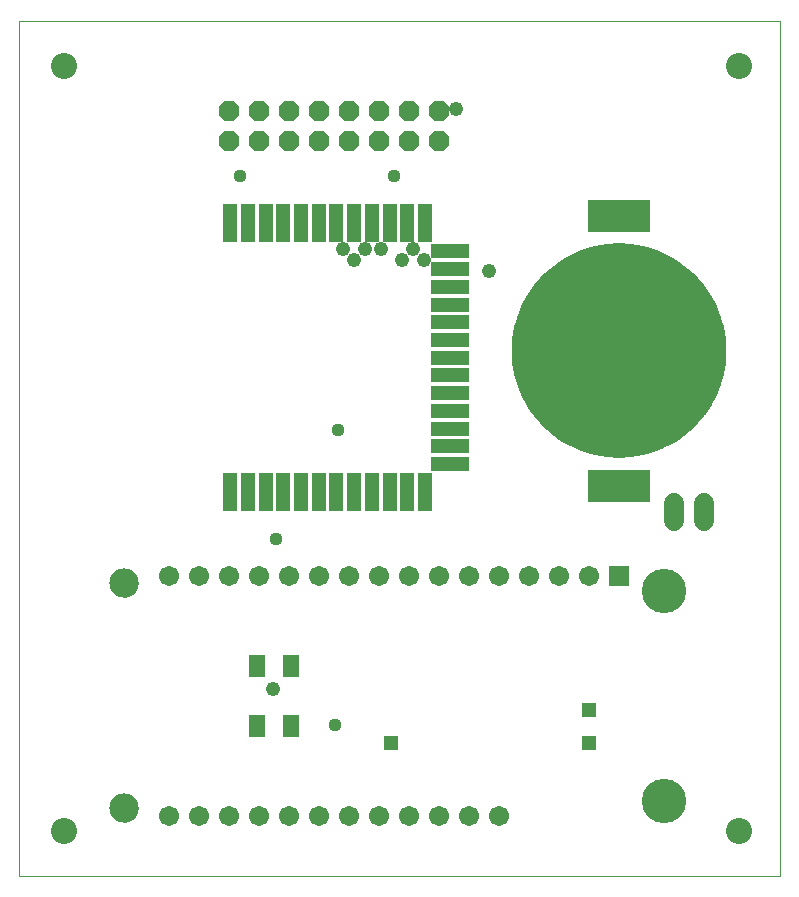
<source format=gts>
G75*
%MOIN*%
%OFA0B0*%
%FSLAX25Y25*%
%IPPOS*%
%LPD*%
%AMOC8*
5,1,8,0,0,1.08239X$1,22.5*
%
%ADD10C,0.00000*%
%ADD11C,0.08674*%
%ADD12R,0.04737X0.12611*%
%ADD13R,0.12611X0.04737*%
%ADD14OC8,0.06800*%
%ADD15R,0.05200X0.07700*%
%ADD16R,0.16800X0.16800*%
%ADD17R,0.20800X0.10800*%
%ADD18C,0.00500*%
%ADD19C,0.09800*%
%ADD20C,0.14800*%
%ADD21R,0.06737X0.06737*%
%ADD22C,0.06737*%
%ADD23C,0.06800*%
%ADD24C,0.04369*%
%ADD25C,0.04800*%
%ADD26R,0.04762X0.04762*%
D10*
X0001000Y0001000D02*
X0001000Y0285961D01*
X0254701Y0285961D01*
X0254701Y0001000D01*
X0001000Y0001000D01*
X0012063Y0016000D02*
X0012065Y0016125D01*
X0012071Y0016250D01*
X0012081Y0016374D01*
X0012095Y0016498D01*
X0012112Y0016622D01*
X0012134Y0016745D01*
X0012160Y0016867D01*
X0012189Y0016989D01*
X0012222Y0017109D01*
X0012260Y0017228D01*
X0012300Y0017347D01*
X0012345Y0017463D01*
X0012393Y0017578D01*
X0012445Y0017692D01*
X0012501Y0017804D01*
X0012560Y0017914D01*
X0012622Y0018022D01*
X0012688Y0018129D01*
X0012757Y0018233D01*
X0012830Y0018334D01*
X0012905Y0018434D01*
X0012984Y0018531D01*
X0013066Y0018625D01*
X0013151Y0018717D01*
X0013238Y0018806D01*
X0013329Y0018892D01*
X0013422Y0018975D01*
X0013518Y0019056D01*
X0013616Y0019133D01*
X0013716Y0019207D01*
X0013819Y0019278D01*
X0013924Y0019345D01*
X0014032Y0019410D01*
X0014141Y0019470D01*
X0014252Y0019528D01*
X0014365Y0019581D01*
X0014479Y0019631D01*
X0014595Y0019678D01*
X0014712Y0019720D01*
X0014831Y0019759D01*
X0014951Y0019795D01*
X0015072Y0019826D01*
X0015194Y0019854D01*
X0015316Y0019877D01*
X0015440Y0019897D01*
X0015564Y0019913D01*
X0015688Y0019925D01*
X0015813Y0019933D01*
X0015938Y0019937D01*
X0016062Y0019937D01*
X0016187Y0019933D01*
X0016312Y0019925D01*
X0016436Y0019913D01*
X0016560Y0019897D01*
X0016684Y0019877D01*
X0016806Y0019854D01*
X0016928Y0019826D01*
X0017049Y0019795D01*
X0017169Y0019759D01*
X0017288Y0019720D01*
X0017405Y0019678D01*
X0017521Y0019631D01*
X0017635Y0019581D01*
X0017748Y0019528D01*
X0017859Y0019470D01*
X0017969Y0019410D01*
X0018076Y0019345D01*
X0018181Y0019278D01*
X0018284Y0019207D01*
X0018384Y0019133D01*
X0018482Y0019056D01*
X0018578Y0018975D01*
X0018671Y0018892D01*
X0018762Y0018806D01*
X0018849Y0018717D01*
X0018934Y0018625D01*
X0019016Y0018531D01*
X0019095Y0018434D01*
X0019170Y0018334D01*
X0019243Y0018233D01*
X0019312Y0018129D01*
X0019378Y0018022D01*
X0019440Y0017914D01*
X0019499Y0017804D01*
X0019555Y0017692D01*
X0019607Y0017578D01*
X0019655Y0017463D01*
X0019700Y0017347D01*
X0019740Y0017228D01*
X0019778Y0017109D01*
X0019811Y0016989D01*
X0019840Y0016867D01*
X0019866Y0016745D01*
X0019888Y0016622D01*
X0019905Y0016498D01*
X0019919Y0016374D01*
X0019929Y0016250D01*
X0019935Y0016125D01*
X0019937Y0016000D01*
X0019935Y0015875D01*
X0019929Y0015750D01*
X0019919Y0015626D01*
X0019905Y0015502D01*
X0019888Y0015378D01*
X0019866Y0015255D01*
X0019840Y0015133D01*
X0019811Y0015011D01*
X0019778Y0014891D01*
X0019740Y0014772D01*
X0019700Y0014653D01*
X0019655Y0014537D01*
X0019607Y0014422D01*
X0019555Y0014308D01*
X0019499Y0014196D01*
X0019440Y0014086D01*
X0019378Y0013978D01*
X0019312Y0013871D01*
X0019243Y0013767D01*
X0019170Y0013666D01*
X0019095Y0013566D01*
X0019016Y0013469D01*
X0018934Y0013375D01*
X0018849Y0013283D01*
X0018762Y0013194D01*
X0018671Y0013108D01*
X0018578Y0013025D01*
X0018482Y0012944D01*
X0018384Y0012867D01*
X0018284Y0012793D01*
X0018181Y0012722D01*
X0018076Y0012655D01*
X0017968Y0012590D01*
X0017859Y0012530D01*
X0017748Y0012472D01*
X0017635Y0012419D01*
X0017521Y0012369D01*
X0017405Y0012322D01*
X0017288Y0012280D01*
X0017169Y0012241D01*
X0017049Y0012205D01*
X0016928Y0012174D01*
X0016806Y0012146D01*
X0016684Y0012123D01*
X0016560Y0012103D01*
X0016436Y0012087D01*
X0016312Y0012075D01*
X0016187Y0012067D01*
X0016062Y0012063D01*
X0015938Y0012063D01*
X0015813Y0012067D01*
X0015688Y0012075D01*
X0015564Y0012087D01*
X0015440Y0012103D01*
X0015316Y0012123D01*
X0015194Y0012146D01*
X0015072Y0012174D01*
X0014951Y0012205D01*
X0014831Y0012241D01*
X0014712Y0012280D01*
X0014595Y0012322D01*
X0014479Y0012369D01*
X0014365Y0012419D01*
X0014252Y0012472D01*
X0014141Y0012530D01*
X0014031Y0012590D01*
X0013924Y0012655D01*
X0013819Y0012722D01*
X0013716Y0012793D01*
X0013616Y0012867D01*
X0013518Y0012944D01*
X0013422Y0013025D01*
X0013329Y0013108D01*
X0013238Y0013194D01*
X0013151Y0013283D01*
X0013066Y0013375D01*
X0012984Y0013469D01*
X0012905Y0013566D01*
X0012830Y0013666D01*
X0012757Y0013767D01*
X0012688Y0013871D01*
X0012622Y0013978D01*
X0012560Y0014086D01*
X0012501Y0014196D01*
X0012445Y0014308D01*
X0012393Y0014422D01*
X0012345Y0014537D01*
X0012300Y0014653D01*
X0012260Y0014772D01*
X0012222Y0014891D01*
X0012189Y0015011D01*
X0012160Y0015133D01*
X0012134Y0015255D01*
X0012112Y0015378D01*
X0012095Y0015502D01*
X0012081Y0015626D01*
X0012071Y0015750D01*
X0012065Y0015875D01*
X0012063Y0016000D01*
X0031500Y0023500D02*
X0031502Y0023634D01*
X0031508Y0023768D01*
X0031518Y0023901D01*
X0031532Y0024035D01*
X0031550Y0024168D01*
X0031572Y0024300D01*
X0031597Y0024431D01*
X0031627Y0024562D01*
X0031661Y0024692D01*
X0031698Y0024820D01*
X0031739Y0024948D01*
X0031784Y0025074D01*
X0031833Y0025199D01*
X0031885Y0025322D01*
X0031941Y0025444D01*
X0032001Y0025564D01*
X0032064Y0025682D01*
X0032131Y0025798D01*
X0032201Y0025912D01*
X0032275Y0026024D01*
X0032352Y0026134D01*
X0032432Y0026242D01*
X0032515Y0026347D01*
X0032601Y0026449D01*
X0032690Y0026549D01*
X0032783Y0026646D01*
X0032878Y0026741D01*
X0032976Y0026832D01*
X0033076Y0026921D01*
X0033179Y0027006D01*
X0033285Y0027089D01*
X0033393Y0027168D01*
X0033503Y0027244D01*
X0033616Y0027317D01*
X0033731Y0027386D01*
X0033847Y0027452D01*
X0033966Y0027514D01*
X0034086Y0027573D01*
X0034209Y0027628D01*
X0034332Y0027680D01*
X0034457Y0027727D01*
X0034584Y0027771D01*
X0034712Y0027812D01*
X0034841Y0027848D01*
X0034971Y0027881D01*
X0035102Y0027909D01*
X0035233Y0027934D01*
X0035366Y0027955D01*
X0035499Y0027972D01*
X0035632Y0027985D01*
X0035766Y0027994D01*
X0035900Y0027999D01*
X0036034Y0028000D01*
X0036167Y0027997D01*
X0036301Y0027990D01*
X0036435Y0027979D01*
X0036568Y0027964D01*
X0036701Y0027945D01*
X0036833Y0027922D01*
X0036964Y0027896D01*
X0037094Y0027865D01*
X0037224Y0027830D01*
X0037352Y0027792D01*
X0037479Y0027750D01*
X0037605Y0027704D01*
X0037730Y0027654D01*
X0037853Y0027601D01*
X0037974Y0027544D01*
X0038094Y0027483D01*
X0038211Y0027419D01*
X0038327Y0027352D01*
X0038441Y0027281D01*
X0038552Y0027206D01*
X0038661Y0027129D01*
X0038768Y0027048D01*
X0038873Y0026964D01*
X0038974Y0026877D01*
X0039074Y0026787D01*
X0039170Y0026694D01*
X0039264Y0026598D01*
X0039355Y0026499D01*
X0039442Y0026398D01*
X0039527Y0026294D01*
X0039609Y0026188D01*
X0039687Y0026080D01*
X0039762Y0025969D01*
X0039834Y0025856D01*
X0039903Y0025740D01*
X0039968Y0025623D01*
X0040029Y0025504D01*
X0040087Y0025383D01*
X0040141Y0025261D01*
X0040192Y0025137D01*
X0040239Y0025011D01*
X0040282Y0024884D01*
X0040321Y0024756D01*
X0040357Y0024627D01*
X0040388Y0024497D01*
X0040416Y0024366D01*
X0040440Y0024234D01*
X0040460Y0024101D01*
X0040476Y0023968D01*
X0040488Y0023835D01*
X0040496Y0023701D01*
X0040500Y0023567D01*
X0040500Y0023433D01*
X0040496Y0023299D01*
X0040488Y0023165D01*
X0040476Y0023032D01*
X0040460Y0022899D01*
X0040440Y0022766D01*
X0040416Y0022634D01*
X0040388Y0022503D01*
X0040357Y0022373D01*
X0040321Y0022244D01*
X0040282Y0022116D01*
X0040239Y0021989D01*
X0040192Y0021863D01*
X0040141Y0021739D01*
X0040087Y0021617D01*
X0040029Y0021496D01*
X0039968Y0021377D01*
X0039903Y0021260D01*
X0039834Y0021144D01*
X0039762Y0021031D01*
X0039687Y0020920D01*
X0039609Y0020812D01*
X0039527Y0020706D01*
X0039442Y0020602D01*
X0039355Y0020501D01*
X0039264Y0020402D01*
X0039170Y0020306D01*
X0039074Y0020213D01*
X0038974Y0020123D01*
X0038873Y0020036D01*
X0038768Y0019952D01*
X0038661Y0019871D01*
X0038552Y0019794D01*
X0038441Y0019719D01*
X0038327Y0019648D01*
X0038211Y0019581D01*
X0038094Y0019517D01*
X0037974Y0019456D01*
X0037853Y0019399D01*
X0037730Y0019346D01*
X0037605Y0019296D01*
X0037479Y0019250D01*
X0037352Y0019208D01*
X0037224Y0019170D01*
X0037094Y0019135D01*
X0036964Y0019104D01*
X0036833Y0019078D01*
X0036701Y0019055D01*
X0036568Y0019036D01*
X0036435Y0019021D01*
X0036301Y0019010D01*
X0036167Y0019003D01*
X0036034Y0019000D01*
X0035900Y0019001D01*
X0035766Y0019006D01*
X0035632Y0019015D01*
X0035499Y0019028D01*
X0035366Y0019045D01*
X0035233Y0019066D01*
X0035102Y0019091D01*
X0034971Y0019119D01*
X0034841Y0019152D01*
X0034712Y0019188D01*
X0034584Y0019229D01*
X0034457Y0019273D01*
X0034332Y0019320D01*
X0034209Y0019372D01*
X0034086Y0019427D01*
X0033966Y0019486D01*
X0033847Y0019548D01*
X0033731Y0019614D01*
X0033616Y0019683D01*
X0033503Y0019756D01*
X0033393Y0019832D01*
X0033285Y0019911D01*
X0033179Y0019994D01*
X0033076Y0020079D01*
X0032976Y0020168D01*
X0032878Y0020259D01*
X0032783Y0020354D01*
X0032690Y0020451D01*
X0032601Y0020551D01*
X0032515Y0020653D01*
X0032432Y0020758D01*
X0032352Y0020866D01*
X0032275Y0020976D01*
X0032201Y0021088D01*
X0032131Y0021202D01*
X0032064Y0021318D01*
X0032001Y0021436D01*
X0031941Y0021556D01*
X0031885Y0021678D01*
X0031833Y0021801D01*
X0031784Y0021926D01*
X0031739Y0022052D01*
X0031698Y0022180D01*
X0031661Y0022308D01*
X0031627Y0022438D01*
X0031597Y0022569D01*
X0031572Y0022700D01*
X0031550Y0022832D01*
X0031532Y0022965D01*
X0031518Y0023099D01*
X0031508Y0023232D01*
X0031502Y0023366D01*
X0031500Y0023500D01*
X0031500Y0098500D02*
X0031502Y0098634D01*
X0031508Y0098768D01*
X0031518Y0098901D01*
X0031532Y0099035D01*
X0031550Y0099168D01*
X0031572Y0099300D01*
X0031597Y0099431D01*
X0031627Y0099562D01*
X0031661Y0099692D01*
X0031698Y0099820D01*
X0031739Y0099948D01*
X0031784Y0100074D01*
X0031833Y0100199D01*
X0031885Y0100322D01*
X0031941Y0100444D01*
X0032001Y0100564D01*
X0032064Y0100682D01*
X0032131Y0100798D01*
X0032201Y0100912D01*
X0032275Y0101024D01*
X0032352Y0101134D01*
X0032432Y0101242D01*
X0032515Y0101347D01*
X0032601Y0101449D01*
X0032690Y0101549D01*
X0032783Y0101646D01*
X0032878Y0101741D01*
X0032976Y0101832D01*
X0033076Y0101921D01*
X0033179Y0102006D01*
X0033285Y0102089D01*
X0033393Y0102168D01*
X0033503Y0102244D01*
X0033616Y0102317D01*
X0033731Y0102386D01*
X0033847Y0102452D01*
X0033966Y0102514D01*
X0034086Y0102573D01*
X0034209Y0102628D01*
X0034332Y0102680D01*
X0034457Y0102727D01*
X0034584Y0102771D01*
X0034712Y0102812D01*
X0034841Y0102848D01*
X0034971Y0102881D01*
X0035102Y0102909D01*
X0035233Y0102934D01*
X0035366Y0102955D01*
X0035499Y0102972D01*
X0035632Y0102985D01*
X0035766Y0102994D01*
X0035900Y0102999D01*
X0036034Y0103000D01*
X0036167Y0102997D01*
X0036301Y0102990D01*
X0036435Y0102979D01*
X0036568Y0102964D01*
X0036701Y0102945D01*
X0036833Y0102922D01*
X0036964Y0102896D01*
X0037094Y0102865D01*
X0037224Y0102830D01*
X0037352Y0102792D01*
X0037479Y0102750D01*
X0037605Y0102704D01*
X0037730Y0102654D01*
X0037853Y0102601D01*
X0037974Y0102544D01*
X0038094Y0102483D01*
X0038211Y0102419D01*
X0038327Y0102352D01*
X0038441Y0102281D01*
X0038552Y0102206D01*
X0038661Y0102129D01*
X0038768Y0102048D01*
X0038873Y0101964D01*
X0038974Y0101877D01*
X0039074Y0101787D01*
X0039170Y0101694D01*
X0039264Y0101598D01*
X0039355Y0101499D01*
X0039442Y0101398D01*
X0039527Y0101294D01*
X0039609Y0101188D01*
X0039687Y0101080D01*
X0039762Y0100969D01*
X0039834Y0100856D01*
X0039903Y0100740D01*
X0039968Y0100623D01*
X0040029Y0100504D01*
X0040087Y0100383D01*
X0040141Y0100261D01*
X0040192Y0100137D01*
X0040239Y0100011D01*
X0040282Y0099884D01*
X0040321Y0099756D01*
X0040357Y0099627D01*
X0040388Y0099497D01*
X0040416Y0099366D01*
X0040440Y0099234D01*
X0040460Y0099101D01*
X0040476Y0098968D01*
X0040488Y0098835D01*
X0040496Y0098701D01*
X0040500Y0098567D01*
X0040500Y0098433D01*
X0040496Y0098299D01*
X0040488Y0098165D01*
X0040476Y0098032D01*
X0040460Y0097899D01*
X0040440Y0097766D01*
X0040416Y0097634D01*
X0040388Y0097503D01*
X0040357Y0097373D01*
X0040321Y0097244D01*
X0040282Y0097116D01*
X0040239Y0096989D01*
X0040192Y0096863D01*
X0040141Y0096739D01*
X0040087Y0096617D01*
X0040029Y0096496D01*
X0039968Y0096377D01*
X0039903Y0096260D01*
X0039834Y0096144D01*
X0039762Y0096031D01*
X0039687Y0095920D01*
X0039609Y0095812D01*
X0039527Y0095706D01*
X0039442Y0095602D01*
X0039355Y0095501D01*
X0039264Y0095402D01*
X0039170Y0095306D01*
X0039074Y0095213D01*
X0038974Y0095123D01*
X0038873Y0095036D01*
X0038768Y0094952D01*
X0038661Y0094871D01*
X0038552Y0094794D01*
X0038441Y0094719D01*
X0038327Y0094648D01*
X0038211Y0094581D01*
X0038094Y0094517D01*
X0037974Y0094456D01*
X0037853Y0094399D01*
X0037730Y0094346D01*
X0037605Y0094296D01*
X0037479Y0094250D01*
X0037352Y0094208D01*
X0037224Y0094170D01*
X0037094Y0094135D01*
X0036964Y0094104D01*
X0036833Y0094078D01*
X0036701Y0094055D01*
X0036568Y0094036D01*
X0036435Y0094021D01*
X0036301Y0094010D01*
X0036167Y0094003D01*
X0036034Y0094000D01*
X0035900Y0094001D01*
X0035766Y0094006D01*
X0035632Y0094015D01*
X0035499Y0094028D01*
X0035366Y0094045D01*
X0035233Y0094066D01*
X0035102Y0094091D01*
X0034971Y0094119D01*
X0034841Y0094152D01*
X0034712Y0094188D01*
X0034584Y0094229D01*
X0034457Y0094273D01*
X0034332Y0094320D01*
X0034209Y0094372D01*
X0034086Y0094427D01*
X0033966Y0094486D01*
X0033847Y0094548D01*
X0033731Y0094614D01*
X0033616Y0094683D01*
X0033503Y0094756D01*
X0033393Y0094832D01*
X0033285Y0094911D01*
X0033179Y0094994D01*
X0033076Y0095079D01*
X0032976Y0095168D01*
X0032878Y0095259D01*
X0032783Y0095354D01*
X0032690Y0095451D01*
X0032601Y0095551D01*
X0032515Y0095653D01*
X0032432Y0095758D01*
X0032352Y0095866D01*
X0032275Y0095976D01*
X0032201Y0096088D01*
X0032131Y0096202D01*
X0032064Y0096318D01*
X0032001Y0096436D01*
X0031941Y0096556D01*
X0031885Y0096678D01*
X0031833Y0096801D01*
X0031784Y0096926D01*
X0031739Y0097052D01*
X0031698Y0097180D01*
X0031661Y0097308D01*
X0031627Y0097438D01*
X0031597Y0097569D01*
X0031572Y0097700D01*
X0031550Y0097832D01*
X0031532Y0097965D01*
X0031518Y0098099D01*
X0031508Y0098232D01*
X0031502Y0098366D01*
X0031500Y0098500D01*
X0012063Y0271000D02*
X0012065Y0271125D01*
X0012071Y0271250D01*
X0012081Y0271374D01*
X0012095Y0271498D01*
X0012112Y0271622D01*
X0012134Y0271745D01*
X0012160Y0271867D01*
X0012189Y0271989D01*
X0012222Y0272109D01*
X0012260Y0272228D01*
X0012300Y0272347D01*
X0012345Y0272463D01*
X0012393Y0272578D01*
X0012445Y0272692D01*
X0012501Y0272804D01*
X0012560Y0272914D01*
X0012622Y0273022D01*
X0012688Y0273129D01*
X0012757Y0273233D01*
X0012830Y0273334D01*
X0012905Y0273434D01*
X0012984Y0273531D01*
X0013066Y0273625D01*
X0013151Y0273717D01*
X0013238Y0273806D01*
X0013329Y0273892D01*
X0013422Y0273975D01*
X0013518Y0274056D01*
X0013616Y0274133D01*
X0013716Y0274207D01*
X0013819Y0274278D01*
X0013924Y0274345D01*
X0014032Y0274410D01*
X0014141Y0274470D01*
X0014252Y0274528D01*
X0014365Y0274581D01*
X0014479Y0274631D01*
X0014595Y0274678D01*
X0014712Y0274720D01*
X0014831Y0274759D01*
X0014951Y0274795D01*
X0015072Y0274826D01*
X0015194Y0274854D01*
X0015316Y0274877D01*
X0015440Y0274897D01*
X0015564Y0274913D01*
X0015688Y0274925D01*
X0015813Y0274933D01*
X0015938Y0274937D01*
X0016062Y0274937D01*
X0016187Y0274933D01*
X0016312Y0274925D01*
X0016436Y0274913D01*
X0016560Y0274897D01*
X0016684Y0274877D01*
X0016806Y0274854D01*
X0016928Y0274826D01*
X0017049Y0274795D01*
X0017169Y0274759D01*
X0017288Y0274720D01*
X0017405Y0274678D01*
X0017521Y0274631D01*
X0017635Y0274581D01*
X0017748Y0274528D01*
X0017859Y0274470D01*
X0017969Y0274410D01*
X0018076Y0274345D01*
X0018181Y0274278D01*
X0018284Y0274207D01*
X0018384Y0274133D01*
X0018482Y0274056D01*
X0018578Y0273975D01*
X0018671Y0273892D01*
X0018762Y0273806D01*
X0018849Y0273717D01*
X0018934Y0273625D01*
X0019016Y0273531D01*
X0019095Y0273434D01*
X0019170Y0273334D01*
X0019243Y0273233D01*
X0019312Y0273129D01*
X0019378Y0273022D01*
X0019440Y0272914D01*
X0019499Y0272804D01*
X0019555Y0272692D01*
X0019607Y0272578D01*
X0019655Y0272463D01*
X0019700Y0272347D01*
X0019740Y0272228D01*
X0019778Y0272109D01*
X0019811Y0271989D01*
X0019840Y0271867D01*
X0019866Y0271745D01*
X0019888Y0271622D01*
X0019905Y0271498D01*
X0019919Y0271374D01*
X0019929Y0271250D01*
X0019935Y0271125D01*
X0019937Y0271000D01*
X0019935Y0270875D01*
X0019929Y0270750D01*
X0019919Y0270626D01*
X0019905Y0270502D01*
X0019888Y0270378D01*
X0019866Y0270255D01*
X0019840Y0270133D01*
X0019811Y0270011D01*
X0019778Y0269891D01*
X0019740Y0269772D01*
X0019700Y0269653D01*
X0019655Y0269537D01*
X0019607Y0269422D01*
X0019555Y0269308D01*
X0019499Y0269196D01*
X0019440Y0269086D01*
X0019378Y0268978D01*
X0019312Y0268871D01*
X0019243Y0268767D01*
X0019170Y0268666D01*
X0019095Y0268566D01*
X0019016Y0268469D01*
X0018934Y0268375D01*
X0018849Y0268283D01*
X0018762Y0268194D01*
X0018671Y0268108D01*
X0018578Y0268025D01*
X0018482Y0267944D01*
X0018384Y0267867D01*
X0018284Y0267793D01*
X0018181Y0267722D01*
X0018076Y0267655D01*
X0017968Y0267590D01*
X0017859Y0267530D01*
X0017748Y0267472D01*
X0017635Y0267419D01*
X0017521Y0267369D01*
X0017405Y0267322D01*
X0017288Y0267280D01*
X0017169Y0267241D01*
X0017049Y0267205D01*
X0016928Y0267174D01*
X0016806Y0267146D01*
X0016684Y0267123D01*
X0016560Y0267103D01*
X0016436Y0267087D01*
X0016312Y0267075D01*
X0016187Y0267067D01*
X0016062Y0267063D01*
X0015938Y0267063D01*
X0015813Y0267067D01*
X0015688Y0267075D01*
X0015564Y0267087D01*
X0015440Y0267103D01*
X0015316Y0267123D01*
X0015194Y0267146D01*
X0015072Y0267174D01*
X0014951Y0267205D01*
X0014831Y0267241D01*
X0014712Y0267280D01*
X0014595Y0267322D01*
X0014479Y0267369D01*
X0014365Y0267419D01*
X0014252Y0267472D01*
X0014141Y0267530D01*
X0014031Y0267590D01*
X0013924Y0267655D01*
X0013819Y0267722D01*
X0013716Y0267793D01*
X0013616Y0267867D01*
X0013518Y0267944D01*
X0013422Y0268025D01*
X0013329Y0268108D01*
X0013238Y0268194D01*
X0013151Y0268283D01*
X0013066Y0268375D01*
X0012984Y0268469D01*
X0012905Y0268566D01*
X0012830Y0268666D01*
X0012757Y0268767D01*
X0012688Y0268871D01*
X0012622Y0268978D01*
X0012560Y0269086D01*
X0012501Y0269196D01*
X0012445Y0269308D01*
X0012393Y0269422D01*
X0012345Y0269537D01*
X0012300Y0269653D01*
X0012260Y0269772D01*
X0012222Y0269891D01*
X0012189Y0270011D01*
X0012160Y0270133D01*
X0012134Y0270255D01*
X0012112Y0270378D01*
X0012095Y0270502D01*
X0012081Y0270626D01*
X0012071Y0270750D01*
X0012065Y0270875D01*
X0012063Y0271000D01*
X0237063Y0271000D02*
X0237065Y0271125D01*
X0237071Y0271250D01*
X0237081Y0271374D01*
X0237095Y0271498D01*
X0237112Y0271622D01*
X0237134Y0271745D01*
X0237160Y0271867D01*
X0237189Y0271989D01*
X0237222Y0272109D01*
X0237260Y0272228D01*
X0237300Y0272347D01*
X0237345Y0272463D01*
X0237393Y0272578D01*
X0237445Y0272692D01*
X0237501Y0272804D01*
X0237560Y0272914D01*
X0237622Y0273022D01*
X0237688Y0273129D01*
X0237757Y0273233D01*
X0237830Y0273334D01*
X0237905Y0273434D01*
X0237984Y0273531D01*
X0238066Y0273625D01*
X0238151Y0273717D01*
X0238238Y0273806D01*
X0238329Y0273892D01*
X0238422Y0273975D01*
X0238518Y0274056D01*
X0238616Y0274133D01*
X0238716Y0274207D01*
X0238819Y0274278D01*
X0238924Y0274345D01*
X0239032Y0274410D01*
X0239141Y0274470D01*
X0239252Y0274528D01*
X0239365Y0274581D01*
X0239479Y0274631D01*
X0239595Y0274678D01*
X0239712Y0274720D01*
X0239831Y0274759D01*
X0239951Y0274795D01*
X0240072Y0274826D01*
X0240194Y0274854D01*
X0240316Y0274877D01*
X0240440Y0274897D01*
X0240564Y0274913D01*
X0240688Y0274925D01*
X0240813Y0274933D01*
X0240938Y0274937D01*
X0241062Y0274937D01*
X0241187Y0274933D01*
X0241312Y0274925D01*
X0241436Y0274913D01*
X0241560Y0274897D01*
X0241684Y0274877D01*
X0241806Y0274854D01*
X0241928Y0274826D01*
X0242049Y0274795D01*
X0242169Y0274759D01*
X0242288Y0274720D01*
X0242405Y0274678D01*
X0242521Y0274631D01*
X0242635Y0274581D01*
X0242748Y0274528D01*
X0242859Y0274470D01*
X0242969Y0274410D01*
X0243076Y0274345D01*
X0243181Y0274278D01*
X0243284Y0274207D01*
X0243384Y0274133D01*
X0243482Y0274056D01*
X0243578Y0273975D01*
X0243671Y0273892D01*
X0243762Y0273806D01*
X0243849Y0273717D01*
X0243934Y0273625D01*
X0244016Y0273531D01*
X0244095Y0273434D01*
X0244170Y0273334D01*
X0244243Y0273233D01*
X0244312Y0273129D01*
X0244378Y0273022D01*
X0244440Y0272914D01*
X0244499Y0272804D01*
X0244555Y0272692D01*
X0244607Y0272578D01*
X0244655Y0272463D01*
X0244700Y0272347D01*
X0244740Y0272228D01*
X0244778Y0272109D01*
X0244811Y0271989D01*
X0244840Y0271867D01*
X0244866Y0271745D01*
X0244888Y0271622D01*
X0244905Y0271498D01*
X0244919Y0271374D01*
X0244929Y0271250D01*
X0244935Y0271125D01*
X0244937Y0271000D01*
X0244935Y0270875D01*
X0244929Y0270750D01*
X0244919Y0270626D01*
X0244905Y0270502D01*
X0244888Y0270378D01*
X0244866Y0270255D01*
X0244840Y0270133D01*
X0244811Y0270011D01*
X0244778Y0269891D01*
X0244740Y0269772D01*
X0244700Y0269653D01*
X0244655Y0269537D01*
X0244607Y0269422D01*
X0244555Y0269308D01*
X0244499Y0269196D01*
X0244440Y0269086D01*
X0244378Y0268978D01*
X0244312Y0268871D01*
X0244243Y0268767D01*
X0244170Y0268666D01*
X0244095Y0268566D01*
X0244016Y0268469D01*
X0243934Y0268375D01*
X0243849Y0268283D01*
X0243762Y0268194D01*
X0243671Y0268108D01*
X0243578Y0268025D01*
X0243482Y0267944D01*
X0243384Y0267867D01*
X0243284Y0267793D01*
X0243181Y0267722D01*
X0243076Y0267655D01*
X0242968Y0267590D01*
X0242859Y0267530D01*
X0242748Y0267472D01*
X0242635Y0267419D01*
X0242521Y0267369D01*
X0242405Y0267322D01*
X0242288Y0267280D01*
X0242169Y0267241D01*
X0242049Y0267205D01*
X0241928Y0267174D01*
X0241806Y0267146D01*
X0241684Y0267123D01*
X0241560Y0267103D01*
X0241436Y0267087D01*
X0241312Y0267075D01*
X0241187Y0267067D01*
X0241062Y0267063D01*
X0240938Y0267063D01*
X0240813Y0267067D01*
X0240688Y0267075D01*
X0240564Y0267087D01*
X0240440Y0267103D01*
X0240316Y0267123D01*
X0240194Y0267146D01*
X0240072Y0267174D01*
X0239951Y0267205D01*
X0239831Y0267241D01*
X0239712Y0267280D01*
X0239595Y0267322D01*
X0239479Y0267369D01*
X0239365Y0267419D01*
X0239252Y0267472D01*
X0239141Y0267530D01*
X0239031Y0267590D01*
X0238924Y0267655D01*
X0238819Y0267722D01*
X0238716Y0267793D01*
X0238616Y0267867D01*
X0238518Y0267944D01*
X0238422Y0268025D01*
X0238329Y0268108D01*
X0238238Y0268194D01*
X0238151Y0268283D01*
X0238066Y0268375D01*
X0237984Y0268469D01*
X0237905Y0268566D01*
X0237830Y0268666D01*
X0237757Y0268767D01*
X0237688Y0268871D01*
X0237622Y0268978D01*
X0237560Y0269086D01*
X0237501Y0269196D01*
X0237445Y0269308D01*
X0237393Y0269422D01*
X0237345Y0269537D01*
X0237300Y0269653D01*
X0237260Y0269772D01*
X0237222Y0269891D01*
X0237189Y0270011D01*
X0237160Y0270133D01*
X0237134Y0270255D01*
X0237112Y0270378D01*
X0237095Y0270502D01*
X0237081Y0270626D01*
X0237071Y0270750D01*
X0237065Y0270875D01*
X0237063Y0271000D01*
X0237063Y0016000D02*
X0237065Y0016125D01*
X0237071Y0016250D01*
X0237081Y0016374D01*
X0237095Y0016498D01*
X0237112Y0016622D01*
X0237134Y0016745D01*
X0237160Y0016867D01*
X0237189Y0016989D01*
X0237222Y0017109D01*
X0237260Y0017228D01*
X0237300Y0017347D01*
X0237345Y0017463D01*
X0237393Y0017578D01*
X0237445Y0017692D01*
X0237501Y0017804D01*
X0237560Y0017914D01*
X0237622Y0018022D01*
X0237688Y0018129D01*
X0237757Y0018233D01*
X0237830Y0018334D01*
X0237905Y0018434D01*
X0237984Y0018531D01*
X0238066Y0018625D01*
X0238151Y0018717D01*
X0238238Y0018806D01*
X0238329Y0018892D01*
X0238422Y0018975D01*
X0238518Y0019056D01*
X0238616Y0019133D01*
X0238716Y0019207D01*
X0238819Y0019278D01*
X0238924Y0019345D01*
X0239032Y0019410D01*
X0239141Y0019470D01*
X0239252Y0019528D01*
X0239365Y0019581D01*
X0239479Y0019631D01*
X0239595Y0019678D01*
X0239712Y0019720D01*
X0239831Y0019759D01*
X0239951Y0019795D01*
X0240072Y0019826D01*
X0240194Y0019854D01*
X0240316Y0019877D01*
X0240440Y0019897D01*
X0240564Y0019913D01*
X0240688Y0019925D01*
X0240813Y0019933D01*
X0240938Y0019937D01*
X0241062Y0019937D01*
X0241187Y0019933D01*
X0241312Y0019925D01*
X0241436Y0019913D01*
X0241560Y0019897D01*
X0241684Y0019877D01*
X0241806Y0019854D01*
X0241928Y0019826D01*
X0242049Y0019795D01*
X0242169Y0019759D01*
X0242288Y0019720D01*
X0242405Y0019678D01*
X0242521Y0019631D01*
X0242635Y0019581D01*
X0242748Y0019528D01*
X0242859Y0019470D01*
X0242969Y0019410D01*
X0243076Y0019345D01*
X0243181Y0019278D01*
X0243284Y0019207D01*
X0243384Y0019133D01*
X0243482Y0019056D01*
X0243578Y0018975D01*
X0243671Y0018892D01*
X0243762Y0018806D01*
X0243849Y0018717D01*
X0243934Y0018625D01*
X0244016Y0018531D01*
X0244095Y0018434D01*
X0244170Y0018334D01*
X0244243Y0018233D01*
X0244312Y0018129D01*
X0244378Y0018022D01*
X0244440Y0017914D01*
X0244499Y0017804D01*
X0244555Y0017692D01*
X0244607Y0017578D01*
X0244655Y0017463D01*
X0244700Y0017347D01*
X0244740Y0017228D01*
X0244778Y0017109D01*
X0244811Y0016989D01*
X0244840Y0016867D01*
X0244866Y0016745D01*
X0244888Y0016622D01*
X0244905Y0016498D01*
X0244919Y0016374D01*
X0244929Y0016250D01*
X0244935Y0016125D01*
X0244937Y0016000D01*
X0244935Y0015875D01*
X0244929Y0015750D01*
X0244919Y0015626D01*
X0244905Y0015502D01*
X0244888Y0015378D01*
X0244866Y0015255D01*
X0244840Y0015133D01*
X0244811Y0015011D01*
X0244778Y0014891D01*
X0244740Y0014772D01*
X0244700Y0014653D01*
X0244655Y0014537D01*
X0244607Y0014422D01*
X0244555Y0014308D01*
X0244499Y0014196D01*
X0244440Y0014086D01*
X0244378Y0013978D01*
X0244312Y0013871D01*
X0244243Y0013767D01*
X0244170Y0013666D01*
X0244095Y0013566D01*
X0244016Y0013469D01*
X0243934Y0013375D01*
X0243849Y0013283D01*
X0243762Y0013194D01*
X0243671Y0013108D01*
X0243578Y0013025D01*
X0243482Y0012944D01*
X0243384Y0012867D01*
X0243284Y0012793D01*
X0243181Y0012722D01*
X0243076Y0012655D01*
X0242968Y0012590D01*
X0242859Y0012530D01*
X0242748Y0012472D01*
X0242635Y0012419D01*
X0242521Y0012369D01*
X0242405Y0012322D01*
X0242288Y0012280D01*
X0242169Y0012241D01*
X0242049Y0012205D01*
X0241928Y0012174D01*
X0241806Y0012146D01*
X0241684Y0012123D01*
X0241560Y0012103D01*
X0241436Y0012087D01*
X0241312Y0012075D01*
X0241187Y0012067D01*
X0241062Y0012063D01*
X0240938Y0012063D01*
X0240813Y0012067D01*
X0240688Y0012075D01*
X0240564Y0012087D01*
X0240440Y0012103D01*
X0240316Y0012123D01*
X0240194Y0012146D01*
X0240072Y0012174D01*
X0239951Y0012205D01*
X0239831Y0012241D01*
X0239712Y0012280D01*
X0239595Y0012322D01*
X0239479Y0012369D01*
X0239365Y0012419D01*
X0239252Y0012472D01*
X0239141Y0012530D01*
X0239031Y0012590D01*
X0238924Y0012655D01*
X0238819Y0012722D01*
X0238716Y0012793D01*
X0238616Y0012867D01*
X0238518Y0012944D01*
X0238422Y0013025D01*
X0238329Y0013108D01*
X0238238Y0013194D01*
X0238151Y0013283D01*
X0238066Y0013375D01*
X0237984Y0013469D01*
X0237905Y0013566D01*
X0237830Y0013666D01*
X0237757Y0013767D01*
X0237688Y0013871D01*
X0237622Y0013978D01*
X0237560Y0014086D01*
X0237501Y0014196D01*
X0237445Y0014308D01*
X0237393Y0014422D01*
X0237345Y0014537D01*
X0237300Y0014653D01*
X0237260Y0014772D01*
X0237222Y0014891D01*
X0237189Y0015011D01*
X0237160Y0015133D01*
X0237134Y0015255D01*
X0237112Y0015378D01*
X0237095Y0015502D01*
X0237081Y0015626D01*
X0237071Y0015750D01*
X0237065Y0015875D01*
X0237063Y0016000D01*
D11*
X0241000Y0016000D03*
X0016000Y0016000D03*
X0016000Y0271000D03*
X0241000Y0271000D03*
D12*
X0136315Y0218520D03*
X0130409Y0218520D03*
X0124504Y0218520D03*
X0118598Y0218520D03*
X0112693Y0218520D03*
X0106787Y0218520D03*
X0100882Y0218520D03*
X0094976Y0218520D03*
X0089071Y0218520D03*
X0083165Y0218520D03*
X0077260Y0218520D03*
X0071354Y0218520D03*
X0071354Y0128756D03*
X0077260Y0128756D03*
X0083165Y0128953D03*
X0089071Y0128953D03*
X0094976Y0128953D03*
X0100882Y0128953D03*
X0106787Y0128953D03*
X0112693Y0128953D03*
X0118598Y0128953D03*
X0124504Y0128953D03*
X0130409Y0128953D03*
X0136315Y0128953D03*
D13*
X0144583Y0138205D03*
X0144583Y0144110D03*
X0144583Y0150016D03*
X0144583Y0155921D03*
X0144583Y0161827D03*
X0144583Y0167732D03*
X0144583Y0173638D03*
X0144583Y0179543D03*
X0144583Y0185449D03*
X0144583Y0191354D03*
X0144583Y0197260D03*
X0144583Y0203165D03*
X0144583Y0209268D03*
D14*
X0141000Y0246000D03*
X0141000Y0256000D03*
X0131000Y0256000D03*
X0131000Y0246000D03*
X0121000Y0246000D03*
X0121000Y0256000D03*
X0111000Y0256000D03*
X0111000Y0246000D03*
X0101000Y0246000D03*
X0101000Y0256000D03*
X0091000Y0256000D03*
X0091000Y0246000D03*
X0081000Y0246000D03*
X0081000Y0256000D03*
X0071000Y0256000D03*
X0071000Y0246000D03*
D15*
X0080200Y0071000D03*
X0091800Y0071000D03*
X0091800Y0051000D03*
X0080200Y0051000D03*
D16*
X0201000Y0176000D03*
D17*
X0201000Y0131000D03*
X0201000Y0221000D03*
D18*
X0201000Y0211433D02*
X0197033Y0211210D01*
X0193115Y0210545D01*
X0189297Y0209445D01*
X0185626Y0207924D01*
X0182148Y0206002D01*
X0178908Y0203703D01*
X0175945Y0201055D01*
X0173297Y0198092D01*
X0170998Y0194852D01*
X0169076Y0191374D01*
X0167555Y0187703D01*
X0166455Y0183885D01*
X0165790Y0179967D01*
X0165567Y0176000D01*
X0165790Y0172033D01*
X0166455Y0168115D01*
X0167555Y0164297D01*
X0169076Y0160626D01*
X0170998Y0157148D01*
X0173297Y0153908D01*
X0175945Y0150945D01*
X0178908Y0148297D01*
X0182148Y0145998D01*
X0185626Y0144076D01*
X0189297Y0142555D01*
X0193115Y0141455D01*
X0197033Y0140790D01*
X0201000Y0140567D01*
X0204967Y0140790D01*
X0208885Y0141455D01*
X0212703Y0142555D01*
X0216374Y0144076D01*
X0219852Y0145998D01*
X0223092Y0148297D01*
X0226055Y0150945D01*
X0228703Y0153908D01*
X0231002Y0157148D01*
X0232924Y0160626D01*
X0234445Y0164297D01*
X0235545Y0168115D01*
X0236210Y0172033D01*
X0236433Y0176000D01*
X0236210Y0179967D01*
X0235545Y0183885D01*
X0234445Y0187703D01*
X0232924Y0191374D01*
X0231002Y0194852D01*
X0228703Y0198092D01*
X0226055Y0201055D01*
X0223092Y0203703D01*
X0219852Y0206002D01*
X0216374Y0207924D01*
X0212703Y0209445D01*
X0208885Y0210545D01*
X0204967Y0211210D01*
X0201000Y0211433D01*
X0199909Y0211372D02*
X0202091Y0211372D01*
X0206951Y0210873D02*
X0195049Y0210873D01*
X0192526Y0210375D02*
X0209474Y0210375D01*
X0211205Y0209876D02*
X0190795Y0209876D01*
X0189136Y0209378D02*
X0212864Y0209378D01*
X0214068Y0208879D02*
X0187932Y0208879D01*
X0186729Y0208381D02*
X0215271Y0208381D01*
X0216450Y0207882D02*
X0185550Y0207882D01*
X0184648Y0207384D02*
X0217352Y0207384D01*
X0218254Y0206885D02*
X0183746Y0206885D01*
X0182844Y0206387D02*
X0219156Y0206387D01*
X0220012Y0205888D02*
X0181988Y0205888D01*
X0181285Y0205390D02*
X0220715Y0205390D01*
X0221417Y0204891D02*
X0180583Y0204891D01*
X0179880Y0204393D02*
X0222120Y0204393D01*
X0222822Y0203894D02*
X0179178Y0203894D01*
X0178564Y0203396D02*
X0223436Y0203396D01*
X0223994Y0202897D02*
X0178006Y0202897D01*
X0177449Y0202399D02*
X0224551Y0202399D01*
X0225109Y0201900D02*
X0176891Y0201900D01*
X0176333Y0201402D02*
X0225667Y0201402D01*
X0226191Y0200903D02*
X0175809Y0200903D01*
X0175364Y0200405D02*
X0226636Y0200405D01*
X0227082Y0199906D02*
X0174918Y0199906D01*
X0174473Y0199408D02*
X0227527Y0199408D01*
X0227973Y0198909D02*
X0174027Y0198909D01*
X0173582Y0198410D02*
X0228418Y0198410D01*
X0228831Y0197912D02*
X0173169Y0197912D01*
X0172816Y0197413D02*
X0229184Y0197413D01*
X0229538Y0196915D02*
X0172462Y0196915D01*
X0172108Y0196416D02*
X0229892Y0196416D01*
X0230245Y0195918D02*
X0171755Y0195918D01*
X0171401Y0195419D02*
X0230599Y0195419D01*
X0230953Y0194921D02*
X0171047Y0194921D01*
X0170761Y0194422D02*
X0231239Y0194422D01*
X0231515Y0193924D02*
X0170485Y0193924D01*
X0170210Y0193425D02*
X0231790Y0193425D01*
X0232066Y0192927D02*
X0169934Y0192927D01*
X0169659Y0192428D02*
X0232341Y0192428D01*
X0232617Y0191930D02*
X0169383Y0191930D01*
X0169108Y0191431D02*
X0232892Y0191431D01*
X0233107Y0190933D02*
X0168893Y0190933D01*
X0168687Y0190434D02*
X0233313Y0190434D01*
X0233520Y0189936D02*
X0168480Y0189936D01*
X0168274Y0189437D02*
X0233726Y0189437D01*
X0233933Y0188939D02*
X0168067Y0188939D01*
X0167861Y0188440D02*
X0234139Y0188440D01*
X0234346Y0187942D02*
X0167654Y0187942D01*
X0167481Y0187443D02*
X0234519Y0187443D01*
X0234663Y0186945D02*
X0167337Y0186945D01*
X0167193Y0186446D02*
X0234807Y0186446D01*
X0234950Y0185948D02*
X0167050Y0185948D01*
X0166906Y0185449D02*
X0235094Y0185449D01*
X0235238Y0184951D02*
X0166762Y0184951D01*
X0166619Y0184452D02*
X0235381Y0184452D01*
X0235525Y0183954D02*
X0166475Y0183954D01*
X0166382Y0183455D02*
X0235618Y0183455D01*
X0235702Y0182957D02*
X0166298Y0182957D01*
X0166213Y0182458D02*
X0235787Y0182458D01*
X0235872Y0181960D02*
X0166128Y0181960D01*
X0166044Y0181461D02*
X0235956Y0181461D01*
X0236041Y0180963D02*
X0165959Y0180963D01*
X0165874Y0180464D02*
X0236126Y0180464D01*
X0236210Y0179966D02*
X0165790Y0179966D01*
X0165762Y0179467D02*
X0236238Y0179467D01*
X0236266Y0178969D02*
X0165734Y0178969D01*
X0165706Y0178470D02*
X0236294Y0178470D01*
X0236322Y0177972D02*
X0165678Y0177972D01*
X0165650Y0177473D02*
X0236350Y0177473D01*
X0236378Y0176974D02*
X0165622Y0176974D01*
X0165594Y0176476D02*
X0236406Y0176476D01*
X0236432Y0175977D02*
X0165568Y0175977D01*
X0165596Y0175479D02*
X0236404Y0175479D01*
X0236376Y0174980D02*
X0165624Y0174980D01*
X0165652Y0174482D02*
X0236348Y0174482D01*
X0236320Y0173983D02*
X0165680Y0173983D01*
X0165708Y0173485D02*
X0236292Y0173485D01*
X0236264Y0172986D02*
X0165736Y0172986D01*
X0165764Y0172488D02*
X0236236Y0172488D01*
X0236203Y0171989D02*
X0165797Y0171989D01*
X0165882Y0171491D02*
X0236118Y0171491D01*
X0236034Y0170992D02*
X0165966Y0170992D01*
X0166051Y0170494D02*
X0235949Y0170494D01*
X0235864Y0169995D02*
X0166136Y0169995D01*
X0166221Y0169497D02*
X0235779Y0169497D01*
X0235695Y0168998D02*
X0166305Y0168998D01*
X0166390Y0168500D02*
X0235610Y0168500D01*
X0235512Y0168001D02*
X0166488Y0168001D01*
X0166632Y0167503D02*
X0235368Y0167503D01*
X0235225Y0167004D02*
X0166775Y0167004D01*
X0166919Y0166506D02*
X0235081Y0166506D01*
X0234937Y0166007D02*
X0167063Y0166007D01*
X0167206Y0165509D02*
X0234794Y0165509D01*
X0234650Y0165010D02*
X0167350Y0165010D01*
X0167494Y0164512D02*
X0234506Y0164512D01*
X0234327Y0164013D02*
X0167673Y0164013D01*
X0167879Y0163515D02*
X0234121Y0163515D01*
X0233914Y0163016D02*
X0168086Y0163016D01*
X0168292Y0162518D02*
X0233708Y0162518D01*
X0233501Y0162019D02*
X0168499Y0162019D01*
X0168705Y0161521D02*
X0233295Y0161521D01*
X0233088Y0161022D02*
X0168912Y0161022D01*
X0169133Y0160524D02*
X0232867Y0160524D01*
X0232592Y0160025D02*
X0169408Y0160025D01*
X0169684Y0159527D02*
X0232316Y0159527D01*
X0232041Y0159028D02*
X0169959Y0159028D01*
X0170235Y0158530D02*
X0231765Y0158530D01*
X0231490Y0158031D02*
X0170510Y0158031D01*
X0170786Y0157533D02*
X0231214Y0157533D01*
X0230921Y0157034D02*
X0171079Y0157034D01*
X0171433Y0156536D02*
X0230567Y0156536D01*
X0230213Y0156037D02*
X0171787Y0156037D01*
X0172140Y0155539D02*
X0229860Y0155539D01*
X0229506Y0155040D02*
X0172494Y0155040D01*
X0172848Y0154541D02*
X0229152Y0154541D01*
X0228799Y0154043D02*
X0173201Y0154043D01*
X0173622Y0153544D02*
X0228378Y0153544D01*
X0227932Y0153046D02*
X0174068Y0153046D01*
X0174513Y0152547D02*
X0227487Y0152547D01*
X0227041Y0152049D02*
X0174959Y0152049D01*
X0175404Y0151550D02*
X0226596Y0151550D01*
X0226150Y0151052D02*
X0175850Y0151052D01*
X0176383Y0150553D02*
X0225617Y0150553D01*
X0225059Y0150055D02*
X0176941Y0150055D01*
X0177499Y0149556D02*
X0224501Y0149556D01*
X0223943Y0149058D02*
X0178057Y0149058D01*
X0178615Y0148559D02*
X0223385Y0148559D01*
X0222759Y0148061D02*
X0179241Y0148061D01*
X0179944Y0147562D02*
X0222056Y0147562D01*
X0221354Y0147064D02*
X0180646Y0147064D01*
X0181349Y0146565D02*
X0220651Y0146565D01*
X0219949Y0146067D02*
X0182051Y0146067D01*
X0182926Y0145568D02*
X0219074Y0145568D01*
X0218172Y0145070D02*
X0183828Y0145070D01*
X0184730Y0144571D02*
X0217270Y0144571D01*
X0216366Y0144073D02*
X0185634Y0144073D01*
X0186837Y0143574D02*
X0215163Y0143574D01*
X0213959Y0143076D02*
X0188041Y0143076D01*
X0189244Y0142577D02*
X0212756Y0142577D01*
X0211048Y0142079D02*
X0190952Y0142079D01*
X0192682Y0141580D02*
X0209318Y0141580D01*
X0206686Y0141082D02*
X0195314Y0141082D01*
X0200711Y0140583D02*
X0201289Y0140583D01*
D19*
X0036000Y0098500D03*
X0036000Y0023500D03*
D20*
X0216000Y0026000D03*
X0216000Y0096000D03*
D21*
X0201000Y0101000D03*
D22*
X0191000Y0101000D03*
X0181000Y0101000D03*
X0171000Y0101000D03*
X0161000Y0101000D03*
X0151000Y0101000D03*
X0141000Y0101000D03*
X0131000Y0101000D03*
X0121000Y0101000D03*
X0111000Y0101000D03*
X0101000Y0101000D03*
X0091000Y0101000D03*
X0081000Y0101000D03*
X0071000Y0101000D03*
X0061000Y0101000D03*
X0051000Y0101000D03*
X0051000Y0021000D03*
X0061000Y0021000D03*
X0071000Y0021000D03*
X0081000Y0021000D03*
X0091000Y0021000D03*
X0101000Y0021000D03*
X0111000Y0021000D03*
X0121000Y0021000D03*
X0131000Y0021000D03*
X0141000Y0021000D03*
X0151000Y0021000D03*
X0161000Y0021000D03*
D23*
X0219425Y0119063D02*
X0219425Y0125063D01*
X0229425Y0125063D02*
X0229425Y0119063D01*
D24*
X0126000Y0234268D03*
X0074819Y0234268D03*
X0107299Y0149622D03*
X0086630Y0113205D03*
X0106315Y0051197D03*
D25*
X0085600Y0063100D03*
X0157600Y0202600D03*
X0136000Y0206200D03*
X0132400Y0209800D03*
X0128800Y0206200D03*
X0121600Y0209800D03*
X0116200Y0209800D03*
X0112600Y0206200D03*
X0109000Y0209800D03*
X0146800Y0256600D03*
D26*
X0190961Y0056118D03*
X0190961Y0045291D03*
X0125016Y0045291D03*
M02*

</source>
